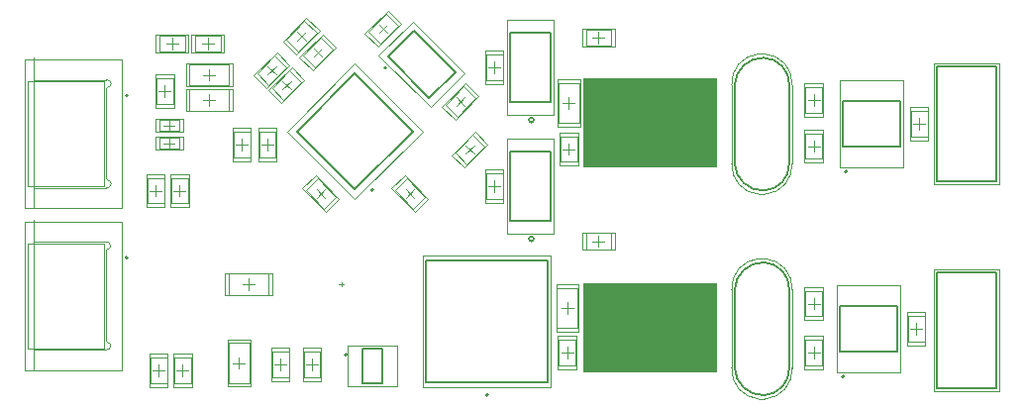
<source format=gbp>
G04*
G04 #@! TF.GenerationSoftware,Altium Limited,Altium Designer,22.1.2 (22)*
G04*
G04 Layer_Color=128*
%FSLAX44Y44*%
%MOMM*%
G71*
G04*
G04 #@! TF.SameCoordinates,D73D9505-6E86-4879-9EB9-392C4F9F1875*
G04*
G04*
G04 #@! TF.FilePolarity,Positive*
G04*
G01*
G75*
%ADD10C,0.2000*%
%ADD11C,0.1270*%
%ADD13C,0.0000*%
%ADD14C,0.0500*%
%ADD16C,0.1000*%
G36*
X868680Y955010D02*
X754336D01*
Y1031240D01*
X868680D01*
Y955010D01*
D02*
G37*
G36*
Y1130270D02*
X754336D01*
Y1206500D01*
X868680D01*
Y1130270D01*
D02*
G37*
D10*
X574437Y1110788D02*
G03*
X574437Y1110788I-1000J0D01*
G01*
X364500Y1052700D02*
G03*
X364500Y1052700I-1000J0D01*
G01*
X364860Y1191260D02*
G03*
X364860Y1191260I-1000J0D01*
G01*
X977220Y950870D02*
G03*
X977220Y950870I-1000J0D01*
G01*
X711660Y1068790D02*
G03*
X711660Y1068790I-2000J0D01*
G01*
X585837Y1215102D02*
G03*
X585837Y1215102I-1000J0D01*
G01*
X711660Y1170390D02*
G03*
X711660Y1170390I-2000J0D01*
G01*
X979760Y1126130D02*
G03*
X979760Y1126130I-1000J0D01*
G01*
X672830Y935220D02*
G03*
X672830Y935220I-1000J0D01*
G01*
X551990Y969620D02*
G03*
X551990Y969620I-1000J0D01*
G01*
D11*
X908473Y1048622D02*
G03*
X883478Y1025313I-843J-24152D01*
G01*
Y958427D02*
G03*
X908473Y935118I24152J843D01*
G01*
X908462Y935118D02*
G03*
X930082Y958302I-782J22402D01*
G01*
Y1025438D02*
G03*
X908462Y1048622I-22402J782D01*
G01*
X908473Y1223612D02*
G03*
X883478Y1200303I-843J-24152D01*
G01*
Y1133417D02*
G03*
X908473Y1110108I24152J843D01*
G01*
X908462Y1110108D02*
G03*
X930082Y1133292I-782J22402D01*
G01*
Y1200428D02*
G03*
X908462Y1223612I-22402J782D01*
G01*
X558800Y1111283D02*
X608298Y1160780D01*
X509302D02*
X558800Y1210277D01*
X509302Y1160780D02*
X558800Y1111283D01*
Y1210277D02*
X608298Y1160780D01*
X883480Y958370D02*
Y1025370D01*
X930080Y958370D02*
Y1025370D01*
X1107440Y941100D02*
Y1040100D01*
X1056640D02*
X1107440D01*
X1056640Y941100D02*
Y1040100D01*
Y941100D02*
X1107440D01*
X973720Y1011370D02*
X1022720D01*
X973720Y972370D02*
X1022720D01*
Y1011370D01*
X973720Y972370D02*
Y1011370D01*
X691160Y1143790D02*
X726160D01*
X691160Y1083790D02*
X726160D01*
X691160D02*
Y1143790D01*
X726160Y1083790D02*
Y1143790D01*
X586959Y1224294D02*
X609586Y1246921D01*
X586959Y1224294D02*
X622314Y1188939D01*
X644941Y1211566D01*
X609586Y1246921D02*
X644941Y1211566D01*
X691160Y1245390D02*
X726160D01*
X691160Y1185390D02*
X726160D01*
X691160D02*
Y1245390D01*
X726160Y1185390D02*
Y1245390D01*
X883480Y1133360D02*
Y1200360D01*
X930080Y1133360D02*
Y1200360D01*
X976260Y1186630D02*
X1025260D01*
X976260Y1147630D02*
X1025260D01*
Y1186630D01*
X976260Y1147630D02*
Y1186630D01*
X1107440Y1117630D02*
Y1216630D01*
X1056640D02*
X1107440D01*
X1056640Y1117630D02*
Y1216630D01*
Y1117630D02*
X1107440D01*
X619830Y946220D02*
X723830D01*
Y1050220D01*
X619830D02*
X723830D01*
X619830Y946220D02*
Y1050220D01*
X565540Y945120D02*
X582540D01*
X565540Y975120D02*
X582540D01*
Y945120D02*
Y975120D01*
X565540Y945120D02*
Y975120D01*
D13*
X349999Y1062956D02*
G03*
X345994Y1066199I-3624J-381D01*
G01*
X347187Y1059699D02*
G03*
X350001Y1062937I-212J3026D01*
G01*
X347208Y1059701D02*
G03*
X345999Y1058208I142J-1351D01*
G01*
Y981792D02*
G03*
X347208Y980299I1351J-142D01*
G01*
X350001Y977063D02*
G03*
X347187Y980301I-3026J212D01*
G01*
X345994Y973801D02*
G03*
X349999Y977044I381J3624D01*
G01*
X350359Y1201516D02*
G03*
X346354Y1204759I-3624J-381D01*
G01*
X347547Y1198259D02*
G03*
X350361Y1201497I-212J3026D01*
G01*
X347568Y1198261D02*
G03*
X346359Y1196768I142J-1351D01*
G01*
Y1120352D02*
G03*
X347568Y1118859I1351J-142D01*
G01*
X350361Y1115623D02*
G03*
X347547Y1118861I-3026J212D01*
G01*
X346354Y1112361D02*
G03*
X350359Y1115604I381J3624D01*
G01*
X284000Y1066200D02*
Y1085200D01*
Y1066200D02*
X346000D01*
Y981800D02*
Y1058200D01*
X284000Y973800D02*
X346000D01*
X284000Y956400D02*
Y973800D01*
X284360Y1204760D02*
Y1223760D01*
Y1204760D02*
X346360D01*
Y1120360D02*
Y1196760D01*
X284360Y1112360D02*
X346360D01*
X284360Y1094960D02*
Y1112360D01*
D14*
X904139Y1051861D02*
G03*
X880989Y1025229I1741J-24891D01*
G01*
Y958511D02*
G03*
X904139Y931879I24891J-1741D01*
G01*
X909420D02*
G03*
X932571Y958511I-1741J24891D01*
G01*
Y1025229D02*
G03*
X909420Y1051861I-24891J1741D01*
G01*
X904139Y1226851D02*
G03*
X880989Y1200219I1741J-24891D01*
G01*
Y1133501D02*
G03*
X904139Y1106869I24891J-1741D01*
G01*
X909420D02*
G03*
X932571Y1133501I-1741J24891D01*
G01*
Y1200219D02*
G03*
X909420Y1226851I-24891J1741D01*
G01*
X500605Y1160780D02*
X558800Y1218975D01*
Y1102585D02*
X616995Y1160780D01*
X500605D02*
X558800Y1102585D01*
Y1218975D02*
X616995Y1160780D01*
X276500Y1083700D02*
X359500D01*
X276500Y956300D02*
Y1083700D01*
X359500Y956300D02*
Y1083700D01*
X276500Y956300D02*
X359500D01*
X276860Y1222260D02*
X359860D01*
X276860Y1094860D02*
Y1222260D01*
X359860Y1094860D02*
Y1222260D01*
X276860Y1094860D02*
X359860D01*
X880980Y958370D02*
Y1025370D01*
X904280Y931870D02*
X909280D01*
X932580Y958370D02*
Y1025370D01*
X904280Y1051870D02*
X909280D01*
X1109940Y938600D02*
Y1042600D01*
X1054140D02*
X1109940D01*
X1054140Y938600D02*
Y1042600D01*
Y938600D02*
X1109940D01*
X971220Y1028970D02*
X1025220D01*
X971220Y954770D02*
X1025220D01*
Y1028970D01*
X971220Y954770D02*
Y1028970D01*
X688660Y1073290D02*
Y1154290D01*
X728660D01*
Y1073290D02*
Y1154290D01*
X688660Y1073290D02*
X728660D01*
X579180Y1225708D02*
X608172Y1254699D01*
X579180Y1225708D02*
X623728Y1181161D01*
X652719Y1210152D01*
X608172Y1254699D02*
X652719Y1210152D01*
X688660Y1174890D02*
Y1255890D01*
X728660D01*
Y1174890D02*
Y1255890D01*
X688660Y1174890D02*
X728660D01*
X880980Y1133360D02*
Y1200360D01*
X904280Y1106860D02*
X909280D01*
X932580Y1133360D02*
Y1200360D01*
X904280Y1226860D02*
X909280D01*
X973760Y1204230D02*
X1027760D01*
X973760Y1130030D02*
X1027760D01*
Y1204230D01*
X973760Y1130030D02*
Y1204230D01*
X1109940Y1115130D02*
Y1219130D01*
X1054140D02*
X1109940D01*
X1054140Y1115130D02*
Y1219130D01*
Y1115130D02*
X1109940D01*
X617330Y942220D02*
X726330D01*
Y1054220D01*
X617330D02*
X726330D01*
X617330Y942220D02*
Y1054220D01*
X552990Y942620D02*
X595090D01*
Y977620D01*
X552990D02*
X595090D01*
X552990Y942620D02*
Y977620D01*
D16*
X545370Y1029970D02*
X549370D01*
X547370Y1027970D02*
Y1031970D01*
X515732Y1254965D02*
X525985Y1244712D01*
X500175Y1239408D02*
X510428Y1229155D01*
X525985Y1244712D01*
X500175Y1239408D02*
X515732Y1254965D01*
X279000Y1064700D02*
X344000D01*
X279000Y975300D02*
X344000D01*
Y1064700D01*
X279000Y975300D02*
Y1064700D01*
X284000Y960000D02*
Y1080000D01*
X279360Y1203260D02*
X344360D01*
X279360Y1113860D02*
X344360D01*
Y1203260D01*
X279360Y1113860D02*
Y1203260D01*
X284360Y1098560D02*
Y1218560D01*
X756330Y1059800D02*
X777830D01*
X756330Y1073800D02*
X777830D01*
Y1059800D02*
Y1073800D01*
X756330Y1059800D02*
Y1073800D01*
X1031860Y981120D02*
Y1002620D01*
X1045860Y981120D02*
Y1002620D01*
X1031860Y981120D02*
X1045860D01*
X1031860Y1002620D02*
X1045860D01*
X958480Y1002460D02*
Y1024460D01*
X943980Y1002460D02*
Y1024460D01*
X958480D01*
X943980Y1002460D02*
X958480D01*
X943980Y960550D02*
Y982550D01*
X958480Y960550D02*
Y982550D01*
X943980Y960550D02*
X958480D01*
X943980Y982550D02*
X958480D01*
X733160Y960550D02*
Y982550D01*
X747660Y960550D02*
Y982550D01*
X733160Y960550D02*
X747660D01*
X733160Y982550D02*
X747660D01*
X731410Y992650D02*
Y1026650D01*
X749410Y992650D02*
Y1026650D01*
X731410Y992650D02*
X749410D01*
X731410Y1026650D02*
X749410D01*
X732680Y1167910D02*
Y1201910D01*
X750680Y1167910D02*
Y1201910D01*
X732680Y1167910D02*
X750680D01*
X732680Y1201910D02*
X750680D01*
X734430Y1134540D02*
Y1156540D01*
X748930Y1134540D02*
Y1156540D01*
X734430Y1134540D02*
X748930D01*
X734430Y1156540D02*
X748930D01*
X671180Y1103040D02*
Y1124540D01*
X685180Y1103040D02*
Y1124540D01*
X671180Y1103040D02*
X685180D01*
X671180Y1124540D02*
X685180D01*
X497728Y1187599D02*
X512931Y1202802D01*
X487829Y1197498D02*
X503032Y1212701D01*
X512931Y1202802D01*
X487829Y1197498D02*
X497728Y1187599D01*
X485028Y1200299D02*
X500231Y1215502D01*
X475129Y1210198D02*
X490332Y1225401D01*
X500231Y1215502D01*
X475129Y1210198D02*
X485028Y1200299D01*
X514145Y1225438D02*
X529702Y1240995D01*
X524398Y1215185D02*
X539955Y1230742D01*
X514145Y1225438D02*
X524398Y1215185D01*
X529702Y1240995D02*
X539955Y1230742D01*
X526938Y1120345D02*
X542495Y1104788D01*
X516685Y1110092D02*
X532242Y1094535D01*
X516685Y1110092D02*
X526938Y1120345D01*
X532242Y1094535D02*
X542495Y1104788D01*
X603138Y1120345D02*
X618695Y1104788D01*
X592885Y1110092D02*
X608442Y1094535D01*
X592885Y1110092D02*
X603138Y1120345D01*
X608442Y1094535D02*
X618695Y1104788D01*
X644449Y1142348D02*
X659652Y1157551D01*
X654348Y1132449D02*
X669551Y1147652D01*
X644449Y1142348D02*
X654348Y1132449D01*
X659652Y1157551D02*
X669551Y1147652D01*
X570025Y1245758D02*
X585582Y1261315D01*
X580278Y1235505D02*
X595835Y1251062D01*
X570025Y1245758D02*
X580278Y1235505D01*
X585582Y1261315D02*
X595835Y1251062D01*
X646318Y1173275D02*
X661875Y1188832D01*
X636065Y1183528D02*
X651622Y1199085D01*
X661875Y1188832D01*
X636065Y1183528D02*
X646318Y1173275D01*
X671180Y1204640D02*
Y1226140D01*
X685180Y1204640D02*
Y1226140D01*
X671180Y1204640D02*
X685180D01*
X671180Y1226140D02*
X685180D01*
X958480Y1176450D02*
Y1198450D01*
X943980Y1176450D02*
Y1198450D01*
X958480D01*
X943980Y1176450D02*
X958480D01*
X943980Y1137080D02*
Y1159080D01*
X958480Y1137080D02*
Y1159080D01*
X943980Y1137080D02*
X958480D01*
X943980Y1159080D02*
X958480D01*
X1034400Y1156380D02*
Y1177880D01*
X1048400Y1156380D02*
Y1177880D01*
X1034400Y1156380D02*
X1048400D01*
X1034400Y1177880D02*
X1048400D01*
X417340Y1218040D02*
X451340D01*
X417340Y1200040D02*
X451340D01*
X417340D02*
Y1218040D01*
X451340Y1200040D02*
Y1218040D01*
X391550Y1170610D02*
X408550D01*
X391550Y1161110D02*
X408550D01*
X391550D02*
Y1170610D01*
X408550Y1161110D02*
Y1170610D01*
X391550Y1155370D02*
X408550D01*
X391550Y1145870D02*
X408550D01*
X391550D02*
Y1155370D01*
X408550Y1145870D02*
Y1155370D01*
X381620Y1099230D02*
Y1120730D01*
X395620Y1099230D02*
Y1120730D01*
X381620Y1099230D02*
X395620D01*
X381620Y1120730D02*
X395620D01*
X416190Y1098980D02*
Y1120980D01*
X401690Y1098980D02*
Y1120980D01*
X416190D01*
X401690Y1098980D02*
X416190D01*
X490870Y1138600D02*
Y1160100D01*
X476870Y1138600D02*
Y1160100D01*
X490870Y1160100D01*
X476870Y1138600D02*
X490870D01*
X469280D02*
Y1160100D01*
X455280Y1138600D02*
Y1160100D01*
X469280Y1160100D01*
X455280Y1138600D02*
X469280D01*
X417340Y1178450D02*
X451340D01*
X417340Y1196450D02*
X451340D01*
Y1178450D02*
Y1196450D01*
X417340Y1178450D02*
Y1196450D01*
X422320Y1242710D02*
X443820D01*
X422320Y1228710D02*
X443820D01*
X422320D02*
Y1242710D01*
X443820Y1228710D02*
Y1242710D01*
X514970Y950640D02*
Y972140D01*
X528970Y950640D02*
Y972140D01*
X514970Y950640D02*
X528970D01*
X514970Y972140D02*
X528970D01*
X488300Y950640D02*
Y972140D01*
X502300Y950640D02*
Y972140D01*
X488300Y950640D02*
X502300D01*
X488300Y972140D02*
X502300D01*
X450740Y979660D02*
X468740D01*
X450740Y945660D02*
X468740D01*
Y979660D01*
X450740Y945660D02*
Y979660D01*
X404230Y945310D02*
Y967310D01*
X418730Y945310D02*
Y967310D01*
X404230Y945310D02*
X418730D01*
X404230Y967310D02*
X418730D01*
X398160Y945560D02*
Y967060D01*
X384160Y945560D02*
Y967060D01*
X398160D01*
X384160Y945560D02*
X398160D01*
X451000Y1021000D02*
Y1039000D01*
X485000Y1021000D02*
Y1039000D01*
X451000D02*
X485000D01*
X451000Y1021000D02*
X485000D01*
X388990Y1184070D02*
Y1206070D01*
X403490Y1184070D02*
Y1206070D01*
X388990Y1184070D02*
X403490D01*
X388990Y1206070D02*
X403490D01*
X391840Y1242710D02*
X413340D01*
X391840Y1228710D02*
X413340D01*
X391840D02*
Y1242710D01*
X413340Y1228710D02*
Y1242710D01*
X756330Y1233790D02*
X777830D01*
X756330Y1247790D02*
X777830D01*
Y1233790D02*
Y1247790D01*
X756330Y1233790D02*
Y1247790D01*
X517323Y1257616D02*
X528636Y1246303D01*
X497524Y1237817D02*
X508837Y1226504D01*
X528636Y1246303D01*
X497524Y1237817D02*
X517323Y1257616D01*
X509544Y1238524D02*
X516616Y1245595D01*
X509544D02*
X516616Y1238524D01*
X767080Y1061800D02*
Y1071800D01*
X762080Y1066800D02*
X772080D01*
X753080Y1059300D02*
X781080D01*
X753080Y1074300D02*
X781080D01*
Y1059300D02*
Y1074300D01*
X753080Y1059300D02*
Y1074300D01*
X1033860Y991870D02*
X1043860D01*
X1038860Y986870D02*
Y996870D01*
X1031360Y977870D02*
Y1005870D01*
X1046360Y977870D02*
Y1005870D01*
X1031360Y977870D02*
X1046360D01*
X1031360Y1005870D02*
X1046360D01*
X946230Y1013460D02*
X956230D01*
X951230Y1008460D02*
Y1018460D01*
X959230Y999460D02*
Y1027460D01*
X943230Y999460D02*
Y1027460D01*
X959230D01*
X943230Y999460D02*
X959230D01*
X946230Y971550D02*
X956230D01*
X951230Y966550D02*
Y976550D01*
X943230Y957550D02*
Y985550D01*
X959230Y957550D02*
Y985550D01*
X943230Y957550D02*
X959230D01*
X943230Y985550D02*
X959230D01*
X735410Y971550D02*
X745410D01*
X740410Y966550D02*
Y976550D01*
X732410Y957550D02*
Y985550D01*
X748410Y957550D02*
Y985550D01*
X732410Y957550D02*
X748410D01*
X732410Y985550D02*
X748410D01*
X735410Y1009650D02*
X745410D01*
X740410Y1004650D02*
Y1014650D01*
X730910Y989650D02*
Y1029650D01*
X749910Y989650D02*
Y1029650D01*
X730910Y989650D02*
X749910D01*
X730910Y1029650D02*
X749910D01*
X736680Y1184910D02*
X746680D01*
X741680Y1179910D02*
Y1189910D01*
X732180Y1164910D02*
Y1204910D01*
X751180Y1164910D02*
Y1204910D01*
X732180Y1164910D02*
X751180D01*
X732180Y1204910D02*
X751180D01*
X736680Y1145540D02*
X746680D01*
X741680Y1140540D02*
Y1150540D01*
X733680Y1131540D02*
Y1159540D01*
X749680Y1131540D02*
Y1159540D01*
X733680Y1131540D02*
X749680D01*
X733680Y1159540D02*
X749680D01*
X673180Y1113790D02*
X683180D01*
X678180Y1108790D02*
Y1118790D01*
X670680Y1099790D02*
Y1127790D01*
X685680Y1099790D02*
Y1127790D01*
X670680Y1099790D02*
X685680D01*
X670680Y1127790D02*
X685680D01*
X496844Y1203686D02*
X503916Y1196615D01*
X496844Y1196615D02*
X503916Y1203686D01*
X495784Y1184947D02*
X515583Y1204746D01*
X485177Y1195554D02*
X504976Y1215353D01*
X515583Y1204746D01*
X485177Y1195554D02*
X495784Y1184947D01*
X484145Y1216386D02*
X491216Y1209314D01*
X484145Y1209314D02*
X491216Y1216386D01*
X483084Y1197647D02*
X502883Y1217446D01*
X472477Y1208254D02*
X492276Y1228053D01*
X502883Y1217446D01*
X472477Y1208254D02*
X483084Y1197647D01*
X523515Y1231626D02*
X530586Y1224554D01*
X523515Y1224554D02*
X530586Y1231626D01*
X511494Y1223847D02*
X531293Y1243646D01*
X522807Y1212534D02*
X542606Y1232333D01*
X511494Y1223847D02*
X522807Y1212534D01*
X531293Y1243646D02*
X542606Y1232333D01*
X526054Y1103904D02*
X533125Y1110975D01*
X526054D02*
X533125Y1103904D01*
X525347Y1122996D02*
X545146Y1103197D01*
X514034Y1111683D02*
X533833Y1091884D01*
X514034Y1111683D02*
X525347Y1122996D01*
X533833Y1091884D02*
X545146Y1103197D01*
X602254Y1103904D02*
X609325Y1110975D01*
X602254D02*
X609325Y1103904D01*
X601547Y1122996D02*
X621346Y1103197D01*
X590234Y1111683D02*
X610033Y1091884D01*
X590234Y1111683D02*
X601547Y1122996D01*
X610033Y1091884D02*
X621346Y1103197D01*
X653465Y1148536D02*
X660536Y1141464D01*
X653465D02*
X660536Y1148536D01*
X641797Y1140404D02*
X661596Y1160203D01*
X652404Y1129797D02*
X672203Y1149596D01*
X641797Y1140404D02*
X652404Y1129797D01*
X661596Y1160203D02*
X672203Y1149596D01*
X579394Y1251945D02*
X586466Y1244874D01*
X579394Y1244874D02*
X586466Y1251945D01*
X567374Y1244167D02*
X587173Y1263966D01*
X578687Y1232854D02*
X598486Y1252653D01*
X567374Y1244167D02*
X578687Y1232854D01*
X587173Y1263966D02*
X598486Y1252653D01*
X645434Y1189716D02*
X652505Y1182645D01*
X645434D02*
X652505Y1189716D01*
X644727Y1170624D02*
X664526Y1190423D01*
X633414Y1181937D02*
X653213Y1201736D01*
X664526Y1190423D01*
X633414Y1181937D02*
X644727Y1170624D01*
X673180Y1215390D02*
X683180D01*
X678180Y1210390D02*
Y1220390D01*
X670680Y1201390D02*
Y1229390D01*
X685680Y1201390D02*
Y1229390D01*
X670680Y1201390D02*
X685680D01*
X670680Y1229390D02*
X685680D01*
X946230Y1187450D02*
X956230D01*
X951230Y1182450D02*
Y1192450D01*
X959230Y1173450D02*
Y1201450D01*
X943230Y1173450D02*
Y1201450D01*
X959230D01*
X943230Y1173450D02*
X959230D01*
X946230Y1148080D02*
X956230D01*
X951230Y1143080D02*
Y1153080D01*
X943230Y1134080D02*
Y1162080D01*
X959230Y1134080D02*
Y1162080D01*
X943230Y1134080D02*
X959230D01*
X943230Y1162080D02*
X959230D01*
X1036400Y1167130D02*
X1046400D01*
X1041400Y1162130D02*
Y1172130D01*
X1033900Y1153130D02*
Y1181130D01*
X1048900Y1153130D02*
Y1181130D01*
X1033900Y1153130D02*
X1048900D01*
X1033900Y1181130D02*
X1048900D01*
X434340Y1204040D02*
Y1214040D01*
X429340Y1209040D02*
X439340D01*
X414340Y1218540D02*
X454340D01*
X414340Y1199540D02*
X454340D01*
X414340D02*
Y1218540D01*
X454340Y1199540D02*
Y1218540D01*
X400050Y1161110D02*
Y1170610D01*
X395300Y1165860D02*
X404800D01*
X388050Y1171360D02*
X412050D01*
X388050Y1160360D02*
X412050D01*
X388050D02*
Y1171360D01*
X412050Y1160360D02*
Y1171360D01*
X400050Y1145870D02*
Y1155370D01*
X395300Y1150620D02*
X404800D01*
X388050Y1156120D02*
X412050D01*
X388050Y1145120D02*
X412050D01*
X388050D02*
Y1156120D01*
X412050Y1145120D02*
Y1156120D01*
X383620Y1109980D02*
X393620D01*
X388620Y1104980D02*
Y1114980D01*
X381120Y1095980D02*
Y1123980D01*
X396120Y1095980D02*
Y1123980D01*
X381120Y1095980D02*
X396120D01*
X381120Y1123980D02*
X396120D01*
X403940Y1109980D02*
X413940D01*
X408940Y1104980D02*
Y1114980D01*
X416940Y1095980D02*
Y1123980D01*
X400940Y1095980D02*
Y1123980D01*
X416940D01*
X400940Y1095980D02*
X416940D01*
X478870Y1149350D02*
X488870D01*
X483870Y1144350D02*
Y1154350D01*
X491370Y1163350D02*
X491370Y1135350D01*
X476370D02*
Y1163350D01*
X491370D01*
X476370Y1135350D02*
X491370D01*
X457280Y1149350D02*
X467280D01*
X462280Y1144350D02*
Y1154350D01*
X469780Y1163350D02*
X469780Y1135350D01*
X454780D02*
Y1163350D01*
X469780D01*
X454780Y1135350D02*
X469780D01*
X434340Y1182450D02*
Y1192450D01*
X429340Y1187450D02*
X439340D01*
X414340Y1177950D02*
X454340D01*
X414340Y1196950D02*
X454340D01*
Y1177950D02*
Y1196950D01*
X414340Y1177950D02*
Y1196950D01*
X433070Y1230710D02*
Y1240710D01*
X428070Y1235710D02*
X438070D01*
X419070Y1243210D02*
X447070D01*
X419070Y1228210D02*
X447070D01*
X419070D02*
Y1243210D01*
X447070Y1228210D02*
Y1243210D01*
X516970Y961390D02*
X526970D01*
X521970Y956390D02*
Y966390D01*
X514470Y947390D02*
Y975390D01*
X529470Y947390D02*
Y975390D01*
X514470Y947390D02*
X529470D01*
X514470Y975390D02*
X529470D01*
X490300Y961390D02*
X500300D01*
X495300Y956390D02*
Y966390D01*
X487800Y947390D02*
Y975390D01*
X502800Y947390D02*
Y975390D01*
X487800Y947390D02*
X502800D01*
X487800Y975390D02*
X502800D01*
X450240Y982660D02*
X469240D01*
X450240Y942660D02*
X469240D01*
Y982660D01*
X450240Y942660D02*
Y982660D01*
X459740Y957660D02*
Y967660D01*
X454740Y962660D02*
X464740D01*
X406480Y956310D02*
X416480D01*
X411480Y951310D02*
Y961310D01*
X403480Y942310D02*
Y970310D01*
X419480Y942310D02*
Y970310D01*
X403480Y942310D02*
X419480D01*
X403480Y970310D02*
X419480D01*
X386160Y956310D02*
X396160D01*
X391160Y951310D02*
Y961310D01*
X398660Y942310D02*
Y970310D01*
X383660Y942310D02*
Y970310D01*
X398660D01*
X383660Y942310D02*
X398660D01*
X448000Y1020500D02*
Y1039500D01*
X488000Y1020500D02*
Y1039500D01*
X448000D02*
X488000D01*
X448000Y1020500D02*
X488000D01*
X463000Y1030000D02*
X473000D01*
X468000Y1025000D02*
Y1035000D01*
X391240Y1195070D02*
X401240D01*
X396240Y1190070D02*
Y1200070D01*
X388240Y1181070D02*
Y1209070D01*
X404240Y1181070D02*
Y1209070D01*
X388240Y1181070D02*
X404240D01*
X388240Y1209070D02*
X404240D01*
X402590Y1230710D02*
Y1240710D01*
X397590Y1235710D02*
X407590D01*
X388590Y1243210D02*
X416590D01*
X388590Y1228210D02*
X416590D01*
X388590D02*
Y1243210D01*
X416590Y1228210D02*
Y1243210D01*
X767080Y1235790D02*
Y1245790D01*
X762080Y1240790D02*
X772080D01*
X753080Y1233290D02*
X781080D01*
X753080Y1248290D02*
X781080D01*
Y1233290D02*
Y1248290D01*
X753080Y1233290D02*
Y1248290D01*
M02*

</source>
